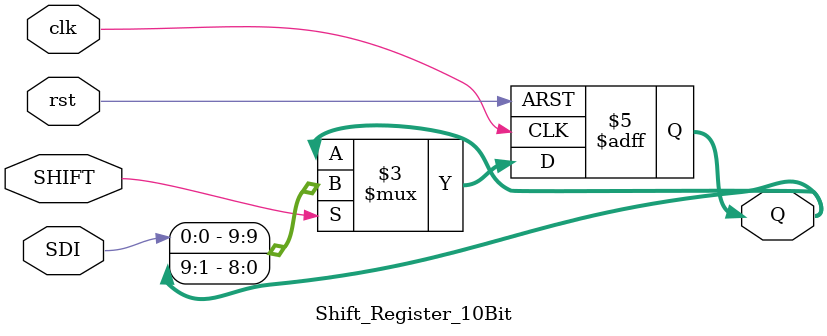
<source format=v>
`timescale 1ns / 1ps


module Shift_Register_10Bit(
    input               clk,
    input               rst,
    input               SHIFT,
    input               SDI,
    output  reg [9:0]   Q
    );
    
    always @(posedge clk, posedge rst) begin
        if(rst)         Q <= 10'b00_0000_0000;
        else if(SHIFT)  Q <= {SDI, Q[9:1]};
        else            Q <= Q;
    end        
endmodule

</source>
